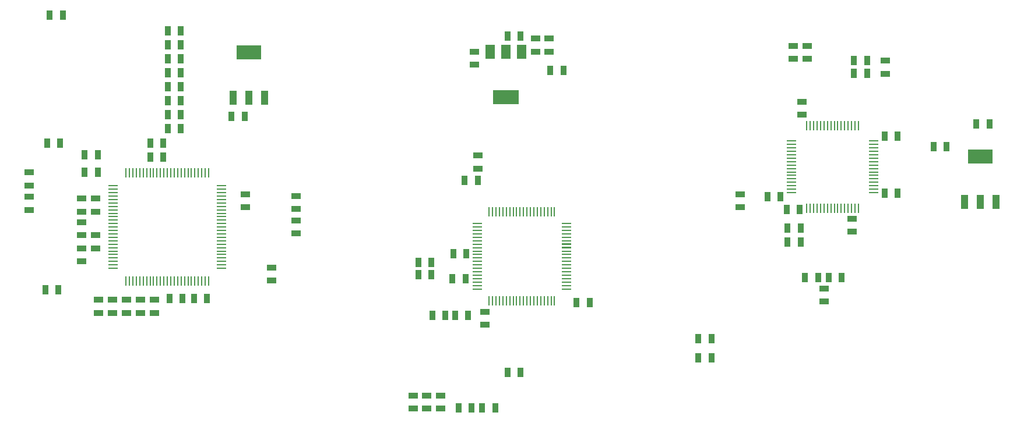
<source format=gtp>
G04 (created by PCBNEW-RS274X (2011-03-30 BZR 2932)-stable) date 18/05/2011 11:49:28 p.m.*
G01*
G70*
G90*
%MOIN*%
G04 Gerber Fmt 3.4, Leading zero omitted, Abs format*
%FSLAX34Y34*%
G04 APERTURE LIST*
%ADD10C,0.006000*%
%ADD11R,0.055000X0.010000*%
%ADD12R,0.010000X0.055000*%
%ADD13R,0.055000X0.009200*%
%ADD14R,0.035000X0.055000*%
%ADD15R,0.055000X0.035000*%
%ADD16R,0.150000X0.080000*%
%ADD17R,0.055000X0.080000*%
%ADD18R,0.144000X0.080000*%
%ADD19R,0.040000X0.080000*%
%ADD20R,0.058000X0.010000*%
%ADD21R,0.010000X0.058000*%
G04 APERTURE END LIST*
G54D10*
G54D11*
X58291Y-21978D03*
G54D12*
X58978Y-26409D03*
G54D11*
X63409Y-25722D03*
G54D12*
X62722Y-21291D03*
G54D11*
X58291Y-22175D03*
G54D12*
X59175Y-26409D03*
G54D11*
X63409Y-25525D03*
G54D12*
X62525Y-21291D03*
G54D13*
X58291Y-22372D03*
G54D12*
X59372Y-26409D03*
G54D11*
X63409Y-25328D03*
G54D12*
X62328Y-21291D03*
G54D11*
X58291Y-22569D03*
G54D12*
X59569Y-26409D03*
G54D11*
X63409Y-25131D03*
G54D12*
X62131Y-21291D03*
G54D11*
X58291Y-22766D03*
G54D12*
X59766Y-26409D03*
G54D11*
X63409Y-24934D03*
G54D12*
X61934Y-21291D03*
G54D11*
X58291Y-22963D03*
G54D12*
X59963Y-26409D03*
G54D11*
X63409Y-24737D03*
G54D12*
X61737Y-21291D03*
G54D11*
X58291Y-23160D03*
G54D12*
X60160Y-26409D03*
G54D11*
X63409Y-24540D03*
G54D12*
X61540Y-21291D03*
G54D11*
X58291Y-23357D03*
G54D12*
X60357Y-26409D03*
G54D11*
X63409Y-24343D03*
G54D12*
X61343Y-21291D03*
G54D11*
X58291Y-23554D03*
G54D12*
X60554Y-26409D03*
G54D11*
X63409Y-24146D03*
G54D12*
X61146Y-21291D03*
G54D11*
X58291Y-23751D03*
G54D12*
X60751Y-26409D03*
G54D11*
X63409Y-23949D03*
G54D12*
X60949Y-21291D03*
G54D11*
X58291Y-23948D03*
G54D12*
X60948Y-26409D03*
G54D11*
X63409Y-23752D03*
G54D12*
X60752Y-21291D03*
G54D11*
X58291Y-24145D03*
G54D12*
X61145Y-26409D03*
G54D11*
X63409Y-23555D03*
G54D12*
X60555Y-21291D03*
G54D11*
X58291Y-24342D03*
G54D12*
X61342Y-26409D03*
G54D10*
G36*
X63134Y-23308D02*
X63684Y-23308D01*
X63684Y-23408D01*
X63134Y-23408D01*
X63134Y-23308D01*
X63134Y-23308D01*
G37*
G54D12*
X60358Y-21291D03*
G54D11*
X58291Y-24539D03*
G54D12*
X61539Y-26409D03*
G54D10*
G36*
X63134Y-23111D02*
X63684Y-23111D01*
X63684Y-23211D01*
X63134Y-23211D01*
X63134Y-23111D01*
X63134Y-23111D01*
G37*
G54D12*
X60161Y-21291D03*
G54D11*
X58291Y-24736D03*
G54D12*
X61736Y-26409D03*
G54D11*
X63409Y-22964D03*
G54D12*
X59964Y-21291D03*
G54D11*
X58291Y-24933D03*
G54D12*
X61933Y-26409D03*
G54D11*
X63409Y-22767D03*
G54D12*
X59767Y-21291D03*
G54D11*
X58291Y-25130D03*
G54D12*
X62130Y-26409D03*
G54D11*
X63409Y-22570D03*
G54D12*
X59570Y-21291D03*
G54D11*
X58291Y-25327D03*
G54D12*
X62327Y-26409D03*
G54D11*
X63409Y-22373D03*
G54D12*
X59373Y-21291D03*
G54D11*
X58291Y-25524D03*
G54D12*
X62524Y-26409D03*
G54D11*
X63409Y-22176D03*
G54D12*
X59176Y-21291D03*
G54D11*
X58291Y-25721D03*
G54D12*
X62721Y-26409D03*
G54D11*
X63409Y-21979D03*
G54D12*
X58979Y-21291D03*
G54D14*
X57025Y-27250D03*
X57775Y-27250D03*
X56475Y-27250D03*
X55725Y-27250D03*
X58325Y-19500D03*
X57575Y-19500D03*
G54D15*
X58350Y-18825D03*
X58350Y-18075D03*
G54D14*
X56875Y-25150D03*
X57625Y-25150D03*
X57225Y-32550D03*
X57975Y-32550D03*
X59325Y-32550D03*
X58575Y-32550D03*
X54925Y-24200D03*
X55675Y-24200D03*
G54D15*
X56200Y-32575D03*
X56200Y-31825D03*
X54650Y-32575D03*
X54650Y-31825D03*
G54D14*
X62475Y-13200D03*
X63225Y-13200D03*
G54D15*
X61650Y-12125D03*
X61650Y-11375D03*
G54D14*
X60025Y-11250D03*
X60775Y-11250D03*
G54D15*
X58150Y-12875D03*
X58150Y-12125D03*
G54D14*
X54925Y-24900D03*
X55675Y-24900D03*
X63975Y-26500D03*
X64725Y-26500D03*
G54D15*
X62400Y-12125D03*
X62400Y-11375D03*
G54D14*
X56925Y-23700D03*
X57675Y-23700D03*
X60025Y-30500D03*
X60775Y-30500D03*
G54D15*
X58750Y-27775D03*
X58750Y-27025D03*
X55400Y-32575D03*
X55400Y-31825D03*
G54D16*
X59950Y-14750D03*
G54D17*
X59950Y-12150D03*
X59050Y-12150D03*
X60850Y-12150D03*
G54D12*
X77147Y-21087D03*
G54D11*
X80987Y-20203D03*
G54D12*
X80103Y-16363D03*
G54D11*
X76263Y-17247D03*
G54D12*
X77344Y-21087D03*
G54D11*
X80987Y-20006D03*
G54D12*
X79906Y-16363D03*
G54D11*
X76263Y-17444D03*
G54D12*
X77541Y-21087D03*
G54D11*
X80987Y-19809D03*
G54D12*
X79709Y-16363D03*
G54D11*
X76263Y-17641D03*
G54D12*
X77738Y-21087D03*
G54D11*
X80987Y-19612D03*
G54D12*
X79512Y-16363D03*
G54D11*
X76263Y-17838D03*
G54D12*
X77935Y-21087D03*
G54D11*
X80987Y-19415D03*
G54D12*
X79315Y-16363D03*
G54D11*
X76263Y-18035D03*
G54D12*
X78132Y-21087D03*
G54D11*
X80987Y-19218D03*
G54D12*
X79118Y-16363D03*
G54D11*
X76263Y-18232D03*
G54D12*
X78329Y-21087D03*
G54D11*
X80987Y-19021D03*
G54D12*
X78921Y-16363D03*
G54D11*
X76263Y-18429D03*
G54D12*
X78526Y-21087D03*
G54D11*
X80987Y-18824D03*
G54D12*
X78724Y-16363D03*
G54D11*
X76263Y-18626D03*
G54D12*
X78723Y-21087D03*
G54D11*
X80987Y-18627D03*
G54D12*
X78527Y-16363D03*
G54D11*
X76263Y-18823D03*
G54D12*
X78920Y-21087D03*
G54D11*
X80987Y-18430D03*
G54D12*
X78330Y-16363D03*
G54D11*
X76263Y-19020D03*
G54D12*
X79117Y-21087D03*
G54D11*
X80987Y-18233D03*
G54D12*
X78133Y-16363D03*
G54D11*
X76263Y-19217D03*
G54D12*
X79314Y-21087D03*
G54D11*
X80987Y-18036D03*
G54D12*
X77936Y-16363D03*
G54D11*
X76263Y-19414D03*
G54D12*
X79511Y-21087D03*
G54D11*
X80987Y-17839D03*
G54D12*
X77739Y-16363D03*
G54D11*
X76263Y-19611D03*
G54D12*
X79708Y-21087D03*
G54D11*
X80987Y-17642D03*
G54D12*
X77542Y-16363D03*
G54D11*
X76263Y-19808D03*
G54D12*
X79905Y-21087D03*
G54D11*
X80987Y-17445D03*
G54D12*
X77345Y-16363D03*
G54D11*
X76263Y-20005D03*
G54D12*
X80102Y-21087D03*
G54D11*
X80987Y-17248D03*
G54D12*
X77148Y-16363D03*
G54D11*
X76263Y-20202D03*
G54D14*
X79850Y-12625D03*
X80600Y-12625D03*
G54D15*
X73325Y-20300D03*
X73325Y-21050D03*
X81625Y-13400D03*
X81625Y-12650D03*
X77175Y-11800D03*
X77175Y-12550D03*
G54D14*
X70950Y-28575D03*
X71700Y-28575D03*
G54D15*
X76375Y-12550D03*
X76375Y-11800D03*
G54D14*
X71700Y-29675D03*
X70950Y-29675D03*
X84400Y-17575D03*
X85150Y-17575D03*
X77800Y-25075D03*
X77050Y-25075D03*
X76800Y-22225D03*
X76050Y-22225D03*
X78400Y-25075D03*
X79150Y-25075D03*
G54D15*
X78125Y-26450D03*
X78125Y-25700D03*
G54D14*
X87600Y-16275D03*
X86850Y-16275D03*
X79850Y-13375D03*
X80600Y-13375D03*
X76000Y-21175D03*
X76750Y-21175D03*
X81600Y-20225D03*
X82350Y-20225D03*
G54D15*
X79725Y-21700D03*
X79725Y-22450D03*
G54D14*
X81600Y-16975D03*
X82350Y-16975D03*
G54D15*
X76875Y-15750D03*
X76875Y-15000D03*
G54D14*
X75650Y-20425D03*
X74900Y-20425D03*
X76800Y-23025D03*
X76050Y-23025D03*
G54D18*
X87075Y-18125D03*
G54D19*
X87075Y-20725D03*
X87975Y-20725D03*
X86175Y-20725D03*
G54D20*
X43675Y-24539D03*
G54D21*
X42939Y-19075D03*
G54D20*
X37475Y-19811D03*
G54D21*
X38211Y-25275D03*
G54D20*
X43675Y-24342D03*
G54D21*
X42742Y-19075D03*
G54D20*
X37475Y-20008D03*
G54D21*
X38408Y-25275D03*
G54D20*
X43675Y-24145D03*
G54D21*
X42545Y-19075D03*
G54D20*
X37475Y-20205D03*
G54D21*
X38605Y-25275D03*
G54D20*
X43675Y-23948D03*
G54D21*
X42348Y-19075D03*
G54D20*
X37475Y-20402D03*
G54D21*
X38802Y-25275D03*
G54D20*
X43675Y-23751D03*
G54D21*
X42151Y-19075D03*
G54D20*
X37475Y-20599D03*
G54D21*
X38999Y-25275D03*
G54D20*
X43675Y-23554D03*
G54D21*
X41954Y-19075D03*
G54D20*
X37475Y-20796D03*
G54D21*
X39196Y-25275D03*
G54D20*
X43675Y-23357D03*
G54D21*
X41757Y-19075D03*
G54D20*
X37475Y-20993D03*
G54D21*
X39393Y-25275D03*
G54D20*
X43675Y-23160D03*
G54D21*
X41560Y-19075D03*
G54D20*
X37475Y-21190D03*
G54D21*
X39590Y-25275D03*
G54D20*
X43675Y-22963D03*
G54D21*
X41363Y-19075D03*
G54D20*
X37475Y-21387D03*
G54D21*
X39787Y-25275D03*
G54D20*
X43675Y-22766D03*
G54D21*
X41166Y-19075D03*
G54D20*
X37475Y-21584D03*
G54D21*
X39984Y-25275D03*
G54D20*
X43675Y-22569D03*
G54D21*
X40969Y-19075D03*
G54D20*
X37475Y-21781D03*
G54D21*
X40181Y-25275D03*
G54D20*
X43675Y-22372D03*
G54D21*
X40772Y-19075D03*
G54D20*
X37475Y-21978D03*
G54D21*
X40378Y-25275D03*
G54D20*
X43675Y-22175D03*
G54D21*
X40575Y-19075D03*
G54D20*
X37475Y-22175D03*
G54D21*
X40575Y-25275D03*
G54D20*
X43675Y-21978D03*
G54D21*
X40378Y-19075D03*
G54D20*
X37475Y-22372D03*
G54D21*
X40772Y-25275D03*
G54D20*
X43675Y-21781D03*
G54D21*
X40181Y-19075D03*
G54D20*
X37475Y-22569D03*
G54D21*
X40969Y-25275D03*
G54D20*
X43675Y-21584D03*
G54D21*
X39984Y-19075D03*
G54D20*
X37475Y-22766D03*
G54D21*
X41166Y-25275D03*
G54D20*
X43675Y-21387D03*
G54D21*
X39787Y-19075D03*
G54D20*
X37475Y-22963D03*
G54D21*
X41363Y-25275D03*
G54D20*
X43675Y-21190D03*
G54D21*
X39590Y-19075D03*
G54D20*
X37475Y-23160D03*
G54D21*
X41560Y-25275D03*
G54D20*
X43675Y-20993D03*
G54D21*
X39393Y-19075D03*
G54D20*
X37475Y-23357D03*
G54D21*
X41757Y-25275D03*
G54D20*
X43675Y-20796D03*
G54D21*
X39196Y-19075D03*
G54D20*
X37475Y-23554D03*
G54D21*
X41954Y-25275D03*
G54D20*
X43675Y-20599D03*
G54D21*
X38999Y-19075D03*
G54D20*
X37475Y-23751D03*
G54D21*
X42151Y-25275D03*
G54D20*
X43675Y-20402D03*
G54D21*
X38802Y-19075D03*
G54D20*
X37475Y-23948D03*
G54D21*
X42348Y-25275D03*
G54D20*
X43675Y-20205D03*
G54D21*
X38605Y-19075D03*
G54D20*
X37475Y-24145D03*
G54D21*
X42545Y-25275D03*
G54D20*
X43675Y-20008D03*
G54D21*
X38408Y-19075D03*
G54D20*
X37475Y-24342D03*
G54D21*
X42742Y-25275D03*
G54D20*
X43675Y-19811D03*
G54D21*
X38211Y-19075D03*
G54D20*
X37475Y-24539D03*
G54D21*
X42939Y-25275D03*
G54D14*
X40600Y-12525D03*
X41350Y-12525D03*
X40600Y-10925D03*
X41350Y-10925D03*
G54D15*
X45025Y-21050D03*
X45025Y-20300D03*
X36475Y-22650D03*
X36475Y-23400D03*
X36475Y-20550D03*
X36475Y-21300D03*
G54D14*
X41450Y-26275D03*
X40700Y-26275D03*
X42850Y-26275D03*
X42100Y-26275D03*
G54D15*
X35675Y-21900D03*
X35675Y-22650D03*
G54D14*
X40350Y-18175D03*
X39600Y-18175D03*
X33850Y-10025D03*
X34600Y-10025D03*
X39600Y-17375D03*
X40350Y-17375D03*
X34450Y-17375D03*
X33700Y-17375D03*
X40600Y-14925D03*
X41350Y-14925D03*
G54D15*
X39825Y-26350D03*
X39825Y-27100D03*
X37425Y-26350D03*
X37425Y-27100D03*
X36625Y-26350D03*
X36625Y-27100D03*
G54D14*
X40600Y-15725D03*
X41350Y-15725D03*
X41350Y-11725D03*
X40600Y-11725D03*
X41350Y-13325D03*
X40600Y-13325D03*
G54D15*
X32675Y-20450D03*
X32675Y-21200D03*
X32675Y-19800D03*
X32675Y-19050D03*
X47925Y-21150D03*
X47925Y-20400D03*
X47925Y-21800D03*
X47925Y-22550D03*
G54D14*
X35850Y-19025D03*
X36600Y-19025D03*
X35850Y-18025D03*
X36600Y-18025D03*
X34350Y-25775D03*
X33600Y-25775D03*
G54D15*
X38225Y-26350D03*
X38225Y-27100D03*
X35675Y-23400D03*
X35675Y-24150D03*
G54D14*
X41350Y-14125D03*
X40600Y-14125D03*
X41350Y-16525D03*
X40600Y-16525D03*
G54D15*
X46525Y-25250D03*
X46525Y-24500D03*
X35675Y-20550D03*
X35675Y-21300D03*
X39025Y-26350D03*
X39025Y-27100D03*
G54D14*
X45000Y-15825D03*
X44250Y-15825D03*
G54D18*
X45225Y-12175D03*
G54D19*
X45225Y-14775D03*
X46125Y-14775D03*
X44325Y-14775D03*
M02*

</source>
